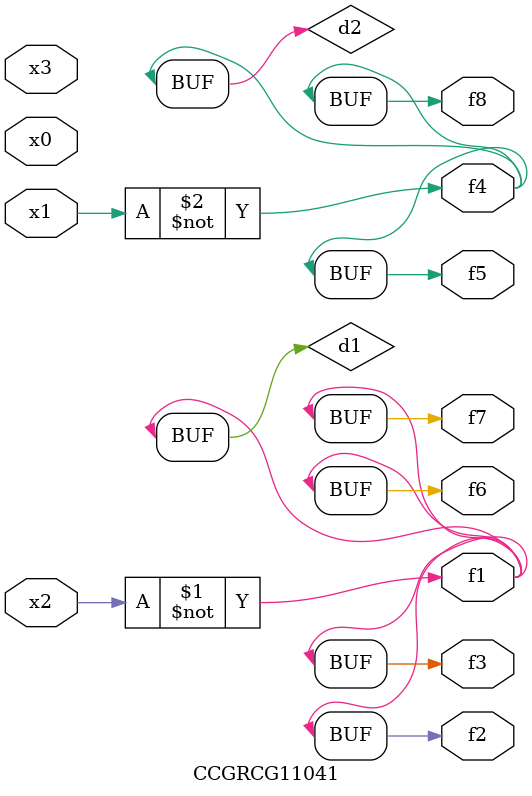
<source format=v>
module CCGRCG11041(
	input x0, x1, x2, x3,
	output f1, f2, f3, f4, f5, f6, f7, f8
);

	wire d1, d2;

	xnor (d1, x2);
	not (d2, x1);
	assign f1 = d1;
	assign f2 = d1;
	assign f3 = d1;
	assign f4 = d2;
	assign f5 = d2;
	assign f6 = d1;
	assign f7 = d1;
	assign f8 = d2;
endmodule

</source>
